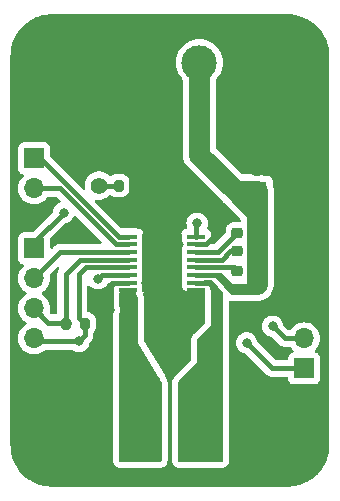
<source format=gbr>
%TF.GenerationSoftware,KiCad,Pcbnew,(7.0.0)*%
%TF.CreationDate,2023-05-21T11:30:13-07:00*%
%TF.ProjectId,DRV8874-breakout-board,44525638-3837-4342-9d62-7265616b6f75,rev?*%
%TF.SameCoordinates,Original*%
%TF.FileFunction,Copper,L1,Top*%
%TF.FilePolarity,Positive*%
%FSLAX46Y46*%
G04 Gerber Fmt 4.6, Leading zero omitted, Abs format (unit mm)*
G04 Created by KiCad (PCBNEW (7.0.0)) date 2023-05-21 11:30:13*
%MOMM*%
%LPD*%
G01*
G04 APERTURE LIST*
G04 Aperture macros list*
%AMRoundRect*
0 Rectangle with rounded corners*
0 $1 Rounding radius*
0 $2 $3 $4 $5 $6 $7 $8 $9 X,Y pos of 4 corners*
0 Add a 4 corners polygon primitive as box body*
4,1,4,$2,$3,$4,$5,$6,$7,$8,$9,$2,$3,0*
0 Add four circle primitives for the rounded corners*
1,1,$1+$1,$2,$3*
1,1,$1+$1,$4,$5*
1,1,$1+$1,$6,$7*
1,1,$1+$1,$8,$9*
0 Add four rect primitives between the rounded corners*
20,1,$1+$1,$2,$3,$4,$5,0*
20,1,$1+$1,$4,$5,$6,$7,0*
20,1,$1+$1,$6,$7,$8,$9,0*
20,1,$1+$1,$8,$9,$2,$3,0*%
G04 Aperture macros list end*
%TA.AperFunction,ComponentPad*%
%ADD10R,1.700000X1.700000*%
%TD*%
%TA.AperFunction,ComponentPad*%
%ADD11O,1.700000X1.700000*%
%TD*%
%TA.AperFunction,SMDPad,CuDef*%
%ADD12RoundRect,0.100000X-0.687500X-0.100000X0.687500X-0.100000X0.687500X0.100000X-0.687500X0.100000X0*%
%TD*%
%TA.AperFunction,ComponentPad*%
%ADD13C,0.500000*%
%TD*%
%TA.AperFunction,SMDPad,CuDef*%
%ADD14R,3.400000X5.000000*%
%TD*%
%TA.AperFunction,SMDPad,CuDef*%
%ADD15RoundRect,0.225000X0.250000X-0.225000X0.250000X0.225000X-0.250000X0.225000X-0.250000X-0.225000X0*%
%TD*%
%TA.AperFunction,ComponentPad*%
%ADD16C,5.600000*%
%TD*%
%TA.AperFunction,ComponentPad*%
%ADD17R,3.000000X3.000000*%
%TD*%
%TA.AperFunction,ComponentPad*%
%ADD18C,3.000000*%
%TD*%
%TA.AperFunction,ComponentPad*%
%ADD19R,1.600000X1.600000*%
%TD*%
%TA.AperFunction,ComponentPad*%
%ADD20C,1.600000*%
%TD*%
%TA.AperFunction,ComponentPad*%
%ADD21C,1.400000*%
%TD*%
%TA.AperFunction,ComponentPad*%
%ADD22O,1.400000X1.400000*%
%TD*%
%TA.AperFunction,SMDPad,CuDef*%
%ADD23RoundRect,0.200000X0.200000X0.275000X-0.200000X0.275000X-0.200000X-0.275000X0.200000X-0.275000X0*%
%TD*%
%TA.AperFunction,SMDPad,CuDef*%
%ADD24RoundRect,0.225000X0.225000X0.250000X-0.225000X0.250000X-0.225000X-0.250000X0.225000X-0.250000X0*%
%TD*%
%TA.AperFunction,SMDPad,CuDef*%
%ADD25RoundRect,0.200000X-0.200000X-0.275000X0.200000X-0.275000X0.200000X0.275000X-0.200000X0.275000X0*%
%TD*%
%TA.AperFunction,ViaPad*%
%ADD26C,0.800000*%
%TD*%
%TA.AperFunction,Conductor*%
%ADD27C,0.400000*%
%TD*%
%TA.AperFunction,Conductor*%
%ADD28C,1.800000*%
%TD*%
%TA.AperFunction,Conductor*%
%ADD29C,0.600000*%
%TD*%
G04 APERTURE END LIST*
D10*
%TO.P,J105,1,Pin_1*%
%TO.N,+3V3*%
X141959999Y-105679999D03*
D11*
%TO.P,J105,2,Pin_2*%
%TO.N,PMODE*%
X141959999Y-103139999D03*
%TO.P,J105,3,Pin_3*%
%TO.N,GND*%
X141959999Y-100599999D03*
%TD*%
D12*
%TO.P,U101,1,EN/IN1*%
%TO.N,IN1*%
X127087500Y-94525000D03*
%TO.P,U101,2,PH/IN2*%
%TO.N,IN2*%
X127087500Y-95175000D03*
%TO.P,U101,3,nSLEEP*%
%TO.N,nSLEEP*%
X127087500Y-95825000D03*
%TO.P,U101,4,nFAULT*%
%TO.N,nFAULT*%
X127087500Y-96475000D03*
%TO.P,U101,5,VREF*%
%TO.N,+3V3*%
X127087500Y-97125000D03*
%TO.P,U101,6,IPROPI*%
%TO.N,IPROPI*%
X127087500Y-97775000D03*
%TO.P,U101,7,IMODE*%
%TO.N,GND*%
X127087500Y-98425000D03*
%TO.P,U101,8,OUT1*%
%TO.N,OUT1*%
X127087500Y-99075000D03*
%TO.P,U101,9,PGND*%
%TO.N,GND*%
X132812500Y-99075000D03*
%TO.P,U101,10,OUT2*%
%TO.N,OUT2*%
X132812500Y-98425000D03*
%TO.P,U101,11,VM*%
%TO.N,VMOTORS*%
X132812500Y-97775000D03*
%TO.P,U101,12,VCP*%
%TO.N,Net-(U101-VCP)*%
X132812500Y-97125000D03*
%TO.P,U101,13,CPH*%
%TO.N,Net-(U101-CPH)*%
X132812500Y-96475000D03*
%TO.P,U101,14,CPL*%
%TO.N,Net-(U101-CPL)*%
X132812500Y-95825000D03*
%TO.P,U101,15,GND*%
%TO.N,GND*%
X132812500Y-95175000D03*
%TO.P,U101,16,PMODE*%
%TO.N,PMODE*%
X132812500Y-94525000D03*
D13*
%TO.P,U101,17,Pad*%
%TO.N,GND*%
X129200000Y-95300000D03*
X129200000Y-96800000D03*
X129200000Y-98300000D03*
D14*
X129949999Y-96799999D03*
D13*
X130700000Y-95300000D03*
X130700000Y-96800000D03*
X130700000Y-98300000D03*
%TD*%
D10*
%TO.P,J104,1,Pin_1*%
%TO.N,IPROPI*%
X119099999Y-95519999D03*
D11*
%TO.P,J104,2,Pin_2*%
%TO.N,nSLEEP*%
X119099999Y-98059999D03*
%TO.P,J104,3,Pin_3*%
%TO.N,nFAULT*%
X119099999Y-100599999D03*
%TO.P,J104,4,Pin_4*%
%TO.N,+3V3*%
X119099999Y-103139999D03*
%TO.P,J104,5,Pin_5*%
%TO.N,GND*%
X119099999Y-105679999D03*
%TD*%
D15*
%TO.P,C101,1*%
%TO.N,Net-(U101-CPH)*%
X136300000Y-95775000D03*
%TO.P,C101,2*%
%TO.N,Net-(U101-CPL)*%
X136300000Y-94225000D03*
%TD*%
D16*
%TO.P,H104,1,1*%
%TO.N,GND*%
X140600000Y-112200000D03*
%TD*%
D17*
%TO.P,J103,1,Pin_1*%
%TO.N,GND*%
X128099999Y-79799999D03*
D18*
%TO.P,J103,2,Pin_2*%
%TO.N,VMOTORS*%
X133100000Y-79800000D03*
%TD*%
D19*
%TO.P,C104,1*%
%TO.N,VMOTORS*%
X137999999Y-90655112D03*
D20*
%TO.P,C104,2*%
%TO.N,GND*%
X138000000Y-88655113D03*
%TD*%
D21*
%TO.P,R103,1*%
%TO.N,IPROPI*%
X124600000Y-90200000D03*
D22*
%TO.P,R103,2*%
%TO.N,GND*%
X129679999Y-90199999D03*
%TD*%
D15*
%TO.P,C102,1*%
%TO.N,VMOTORS*%
X136300000Y-98975000D03*
%TO.P,C102,2*%
%TO.N,Net-(U101-VCP)*%
X136300000Y-97425000D03*
%TD*%
D16*
%TO.P,H103,1,1*%
%TO.N,GND*%
X120600000Y-112200000D03*
%TD*%
D23*
%TO.P,R101,1*%
%TO.N,+3V3*%
X123425000Y-101900000D03*
%TO.P,R101,2*%
%TO.N,nFAULT*%
X121775000Y-101900000D03*
%TD*%
D24*
%TO.P,C103,1*%
%TO.N,GND*%
X139975000Y-95500000D03*
%TO.P,C103,2*%
%TO.N,VMOTORS*%
X138425000Y-95500000D03*
%TD*%
D10*
%TO.P,J102,1,Pin_1*%
%TO.N,IN1*%
X119099999Y-87899999D03*
D11*
%TO.P,J102,2,Pin_2*%
%TO.N,IN2*%
X119099999Y-90439999D03*
%TD*%
D25*
%TO.P,R102,1*%
%TO.N,IPROPI*%
X126275000Y-90200000D03*
%TO.P,R102,2*%
%TO.N,GND*%
X127925000Y-90200000D03*
%TD*%
D16*
%TO.P,H102,1,1*%
%TO.N,GND*%
X140600000Y-79200000D03*
%TD*%
D17*
%TO.P,J101,1,Pin_1*%
%TO.N,OUT2*%
X133099999Y-111599999D03*
D18*
%TO.P,J101,2,Pin_2*%
%TO.N,OUT1*%
X128100000Y-111600000D03*
%TD*%
D16*
%TO.P,H101,1,1*%
%TO.N,GND*%
X120600000Y-79200000D03*
%TD*%
D26*
%TO.N,GND*%
X129050000Y-101800000D03*
X122500000Y-93800000D03*
X135100000Y-84700000D03*
X126800000Y-92000000D03*
X132800000Y-100600000D03*
X134600000Y-94199500D03*
X124400000Y-104700000D03*
X132600000Y-90100000D03*
X121100000Y-84300000D03*
X120500000Y-99300000D03*
X123400000Y-88700000D03*
X137500000Y-107600000D03*
X136300000Y-101320000D03*
X118900000Y-92900000D03*
X140000000Y-84300000D03*
X127300000Y-84700000D03*
X130600000Y-106300000D03*
X139900000Y-104320000D03*
X125500000Y-100720000D03*
X140100000Y-93700000D03*
%TO.N,+3V3*%
X137100000Y-103520000D03*
X122900000Y-103400000D03*
%TO.N,PMODE*%
X139300000Y-102120000D03*
X132900000Y-93400000D03*
%TO.N,IPROPI*%
X121600000Y-92500000D03*
X124500000Y-98100000D03*
%TD*%
D27*
%TO.N,Net-(U101-CPH)*%
X135025000Y-96475000D02*
X135725000Y-95775000D01*
X135725000Y-95775000D02*
X136300000Y-95775000D01*
X132812500Y-96475000D02*
X135025000Y-96475000D01*
%TO.N,Net-(U101-CPL)*%
X134700000Y-95825000D02*
X132812500Y-95825000D01*
X136300000Y-94225000D02*
X134700000Y-95825000D01*
%TO.N,VMOTORS*%
X134575000Y-97775000D02*
X135775000Y-98975000D01*
D28*
X138000000Y-90655113D02*
X136155113Y-90655113D01*
X136155113Y-90655113D02*
X138000000Y-92500000D01*
X133100000Y-87600000D02*
X136155113Y-90655113D01*
D27*
X137600000Y-98975000D02*
X138000000Y-98575000D01*
X132812500Y-97775000D02*
X134575000Y-97775000D01*
D28*
X133100000Y-79800000D02*
X133100000Y-87600000D01*
D27*
X136200000Y-99075000D02*
X136300000Y-98975000D01*
D28*
X138000000Y-92500000D02*
X138000000Y-92700000D01*
X138000000Y-92700000D02*
X138000000Y-98575000D01*
D27*
X136300000Y-98975000D02*
X137600000Y-98975000D01*
X135775000Y-98975000D02*
X136300000Y-98975000D01*
D28*
X138000000Y-90655113D02*
X138000000Y-92700000D01*
D27*
%TO.N,Net-(U101-VCP)*%
X132812500Y-97125000D02*
X136000000Y-97125000D01*
X136000000Y-97125000D02*
X136300000Y-97425000D01*
%TO.N,GND*%
X134600000Y-94199500D02*
X134600000Y-94232107D01*
X134600000Y-94232107D02*
X133657107Y-95175000D01*
X129680000Y-90200000D02*
X127925000Y-90200000D01*
D29*
X125500000Y-98720000D02*
X125700000Y-98520000D01*
D27*
X132812500Y-99075000D02*
X132812500Y-100587500D01*
X133657107Y-95175000D02*
X132812500Y-95175000D01*
D29*
X125500000Y-100720000D02*
X125500000Y-98720000D01*
D27*
X125795000Y-98425000D02*
X127087500Y-98425000D01*
X119105000Y-105675000D02*
X119100000Y-105680000D01*
X132812500Y-100587500D02*
X132800000Y-100600000D01*
X125700000Y-98520000D02*
X125795000Y-98425000D01*
D29*
%TO.N,OUT1*%
X128100000Y-109900000D02*
X128100000Y-110700000D01*
X127087500Y-99287500D02*
X127087500Y-108887500D01*
D27*
X128100000Y-110325000D02*
X128100000Y-110700000D01*
X128100000Y-109900000D02*
X128100000Y-111600000D01*
D29*
X127087500Y-108887500D02*
X128100000Y-109900000D01*
D27*
X127087500Y-99075000D02*
X127087500Y-99287500D01*
%TO.N,OUT2*%
X133100000Y-110700000D02*
X133600000Y-110200000D01*
X133600000Y-111100000D02*
X133600000Y-109800000D01*
X133925000Y-98425000D02*
X132812500Y-98425000D01*
X133600000Y-103800000D02*
X134600000Y-102800000D01*
X134600000Y-99100000D02*
X133925000Y-98425000D01*
X133600000Y-109800000D02*
X133600000Y-103800000D01*
X134600000Y-102800000D02*
X134600000Y-99100000D01*
X133100000Y-111600000D02*
X133600000Y-111100000D01*
X133600000Y-110200000D02*
X133600000Y-109800000D01*
%TO.N,+3V3*%
X127087500Y-97125000D02*
X123475000Y-97125000D01*
X119360000Y-103400000D02*
X119100000Y-103140000D01*
X139260000Y-105680000D02*
X141960000Y-105680000D01*
X122900000Y-97700000D02*
X122900000Y-101375000D01*
X122900000Y-101375000D02*
X123425000Y-101900000D01*
X122900000Y-103400000D02*
X119360000Y-103400000D01*
X123475000Y-97125000D02*
X122900000Y-97700000D01*
X123425000Y-102875000D02*
X122900000Y-103400000D01*
X123425000Y-101900000D02*
X123425000Y-102875000D01*
X137100000Y-103520000D02*
X139260000Y-105680000D01*
%TO.N,PMODE*%
X132812500Y-94525000D02*
X132812500Y-93487500D01*
X139300000Y-102120000D02*
X140320000Y-103140000D01*
X132812500Y-93487500D02*
X132900000Y-93400000D01*
X140320000Y-103140000D02*
X141960000Y-103140000D01*
%TO.N,nSLEEP*%
X121335000Y-95825000D02*
X127087500Y-95825000D01*
X119100000Y-98060000D02*
X121335000Y-95825000D01*
%TO.N,nFAULT*%
X121775000Y-101900000D02*
X121775000Y-97700000D01*
X120300000Y-101800000D02*
X122075000Y-101800000D01*
X127087500Y-96475000D02*
X123000000Y-96475000D01*
X119100000Y-100600000D02*
X120300000Y-101800000D01*
X121775000Y-97700000D02*
X123000000Y-96475000D01*
%TO.N,IPROPI*%
X119100000Y-95000000D02*
X121600000Y-92500000D01*
X124825000Y-97775000D02*
X127087500Y-97775000D01*
X126275000Y-90200000D02*
X124600000Y-90200000D01*
X124500000Y-98100000D02*
X124825000Y-97775000D01*
X119100000Y-95520000D02*
X119100000Y-95000000D01*
%TO.N,IN2*%
X121291472Y-90440000D02*
X119100000Y-90440000D01*
X126026472Y-95175000D02*
X121291472Y-90440000D01*
X127087500Y-95175000D02*
X126026472Y-95175000D01*
%TO.N,IN1*%
X119100000Y-88100000D02*
X119100000Y-87900000D01*
X127087500Y-94525000D02*
X127037500Y-94575000D01*
X126275000Y-94575000D02*
X119600000Y-87900000D01*
X119600000Y-87900000D02*
X119100000Y-87900000D01*
X127037500Y-94575000D02*
X126275000Y-94575000D01*
%TD*%
%TA.AperFunction,Conductor*%
%TO.N,VMOTORS*%
G36*
X134921287Y-97584133D02*
G01*
X134961114Y-97610188D01*
X135310383Y-97950502D01*
X135900000Y-98525000D01*
X137876000Y-98525000D01*
X137938000Y-98541613D01*
X137983387Y-98587000D01*
X138000000Y-98649000D01*
X138000000Y-99351000D01*
X137983387Y-99413000D01*
X137938000Y-99458387D01*
X137876000Y-99475000D01*
X135976362Y-99475000D01*
X135928909Y-99465561D01*
X135888681Y-99438681D01*
X135200730Y-98750730D01*
X135199349Y-98749328D01*
X134434089Y-97959382D01*
X134434088Y-97959381D01*
X134425000Y-97950000D01*
X134411945Y-97950502D01*
X133903766Y-97970047D01*
X133839772Y-97955080D01*
X133792416Y-97909510D01*
X133775000Y-97846139D01*
X133775000Y-97699000D01*
X133791613Y-97637000D01*
X133837000Y-97591613D01*
X133899000Y-97575000D01*
X134874579Y-97575000D01*
X134921287Y-97584133D01*
G37*
%TD.AperFunction*%
%TD*%
%TA.AperFunction,Conductor*%
%TO.N,OUT2*%
G36*
X134169819Y-98236295D02*
G01*
X134212105Y-98268122D01*
X135069993Y-99265127D01*
X135092257Y-99302873D01*
X135100000Y-99346005D01*
X135100000Y-113476000D01*
X135083387Y-113538000D01*
X135038000Y-113583387D01*
X134976000Y-113600000D01*
X131424000Y-113600000D01*
X131362000Y-113583387D01*
X131316613Y-113538000D01*
X131300000Y-113476000D01*
X131300000Y-106849176D01*
X131308733Y-106803464D01*
X131333703Y-106764191D01*
X131907796Y-106154216D01*
X132900000Y-105100000D01*
X132900000Y-103254548D01*
X132910497Y-103204618D01*
X132940210Y-103163141D01*
X133104536Y-103012508D01*
X134100000Y-102100000D01*
X134100000Y-99400000D01*
X133975000Y-98625000D01*
X133960352Y-98625000D01*
X133449000Y-98625000D01*
X133387000Y-98608387D01*
X133341613Y-98563000D01*
X133325000Y-98501000D01*
X133325000Y-98349000D01*
X133341613Y-98287000D01*
X133387000Y-98241613D01*
X133449000Y-98225000D01*
X134118112Y-98225000D01*
X134169819Y-98236295D01*
G37*
%TD.AperFunction*%
%TD*%
%TA.AperFunction,Conductor*%
%TO.N,OUT1*%
G36*
X127687501Y-99216613D02*
G01*
X127732888Y-99262000D01*
X127749500Y-99323999D01*
X127749501Y-99347872D01*
X127749853Y-99351150D01*
X127749854Y-99351161D01*
X127755079Y-99399768D01*
X127755080Y-99399773D01*
X127755909Y-99407483D01*
X127758619Y-99414749D01*
X127758620Y-99414753D01*
X127803104Y-99534020D01*
X127806204Y-99542331D01*
X127850269Y-99601194D01*
X127868654Y-99636341D01*
X127875000Y-99675501D01*
X127875000Y-103500000D01*
X127883980Y-103514634D01*
X129712957Y-106495190D01*
X129725200Y-106521725D01*
X129769923Y-106659367D01*
X129772821Y-106668284D01*
X129867467Y-106832216D01*
X129871818Y-106837048D01*
X129875636Y-106842303D01*
X129874408Y-106843194D01*
X129891758Y-106871492D01*
X129900000Y-106915946D01*
X129900000Y-113476000D01*
X129883387Y-113538000D01*
X129838000Y-113583387D01*
X129776000Y-113600000D01*
X126424000Y-113600000D01*
X126362000Y-113583387D01*
X126316613Y-113538000D01*
X126300000Y-113476000D01*
X126300000Y-101168584D01*
X126316612Y-101106585D01*
X126327179Y-101088284D01*
X126385674Y-100908256D01*
X126405460Y-100720000D01*
X126385674Y-100531744D01*
X126327179Y-100351716D01*
X126317113Y-100334281D01*
X126300500Y-100272281D01*
X126300500Y-99324000D01*
X126317113Y-99262000D01*
X126362500Y-99216613D01*
X126424500Y-99200000D01*
X127625501Y-99200000D01*
X127687501Y-99216613D01*
G37*
%TD.AperFunction*%
%TD*%
%TA.AperFunction,Conductor*%
%TO.N,GND*%
G36*
X121177303Y-97138122D02*
G01*
X121211881Y-97189308D01*
X121217473Y-97250826D01*
X121192692Y-97307408D01*
X121175748Y-97329036D01*
X121175742Y-97329045D01*
X121171122Y-97334943D01*
X121168044Y-97341780D01*
X121168043Y-97341783D01*
X121166962Y-97344185D01*
X121155940Y-97363727D01*
X121154441Y-97365898D01*
X121154437Y-97365904D01*
X121150182Y-97372070D01*
X121147526Y-97379070D01*
X121147522Y-97379080D01*
X121128853Y-97428305D01*
X121125989Y-97435219D01*
X121104382Y-97483229D01*
X121104379Y-97483235D01*
X121101305Y-97490068D01*
X121099952Y-97497445D01*
X121099952Y-97497448D01*
X121099474Y-97500053D01*
X121093456Y-97521643D01*
X121092519Y-97524114D01*
X121092517Y-97524119D01*
X121089860Y-97531128D01*
X121088956Y-97538565D01*
X121088956Y-97538569D01*
X121082610Y-97590827D01*
X121081483Y-97598226D01*
X121071994Y-97650010D01*
X121071993Y-97650018D01*
X121070642Y-97657394D01*
X121071094Y-97664873D01*
X121071094Y-97664881D01*
X121074274Y-97717433D01*
X121074500Y-97724921D01*
X121074500Y-100975500D01*
X121057887Y-101037500D01*
X121012500Y-101082887D01*
X120950500Y-101099500D01*
X120641519Y-101099500D01*
X120594066Y-101090061D01*
X120553838Y-101063181D01*
X120462652Y-100971995D01*
X120430558Y-100916407D01*
X120430559Y-100852219D01*
X120433662Y-100840638D01*
X120433662Y-100840633D01*
X120435063Y-100835408D01*
X120455659Y-100600000D01*
X120435063Y-100364592D01*
X120373903Y-100136337D01*
X120274035Y-99922171D01*
X120138495Y-99728599D01*
X119971401Y-99561505D01*
X119966968Y-99558401D01*
X119966961Y-99558395D01*
X119785842Y-99431575D01*
X119746976Y-99387257D01*
X119732965Y-99330000D01*
X119746976Y-99272743D01*
X119785842Y-99228425D01*
X119966961Y-99101604D01*
X119966961Y-99101603D01*
X119971401Y-99098495D01*
X120138495Y-98931401D01*
X120274035Y-98737830D01*
X120373903Y-98523663D01*
X120435063Y-98295408D01*
X120455659Y-98060000D01*
X120435063Y-97824592D01*
X120430557Y-97807778D01*
X120430557Y-97743594D01*
X120462649Y-97688006D01*
X121007400Y-97143255D01*
X121060578Y-97111835D01*
X121122321Y-97109969D01*
X121177303Y-97138122D01*
G37*
%TD.AperFunction*%
%TA.AperFunction,Conductor*%
G36*
X122590280Y-92751824D02*
G01*
X122644303Y-92783488D01*
X124773634Y-94912819D01*
X124803884Y-94962182D01*
X124808426Y-95019898D01*
X124786271Y-95073385D01*
X124742248Y-95110985D01*
X124685953Y-95124500D01*
X121359910Y-95124500D01*
X121352423Y-95124274D01*
X121299881Y-95121095D01*
X121299873Y-95121095D01*
X121292394Y-95120643D01*
X121285019Y-95121994D01*
X121285009Y-95121995D01*
X121233242Y-95131481D01*
X121225843Y-95132608D01*
X121173567Y-95138956D01*
X121173561Y-95138957D01*
X121166128Y-95139860D01*
X121159123Y-95142516D01*
X121159112Y-95142519D01*
X121156639Y-95143457D01*
X121135041Y-95149478D01*
X121132451Y-95149952D01*
X121132444Y-95149954D01*
X121125068Y-95151306D01*
X121118225Y-95154385D01*
X121118227Y-95154385D01*
X121070234Y-95175984D01*
X121063318Y-95178848D01*
X121014088Y-95197519D01*
X121014078Y-95197523D01*
X121007070Y-95200182D01*
X121000899Y-95204441D01*
X121000894Y-95204444D01*
X120998722Y-95205944D01*
X120979187Y-95216962D01*
X120976784Y-95218043D01*
X120976777Y-95218047D01*
X120969943Y-95221123D01*
X120964043Y-95225745D01*
X120964040Y-95225747D01*
X120922595Y-95258216D01*
X120916566Y-95262651D01*
X120873249Y-95292551D01*
X120873241Y-95292557D01*
X120867071Y-95296817D01*
X120862101Y-95302426D01*
X120862094Y-95302433D01*
X120827184Y-95341838D01*
X120822052Y-95347289D01*
X120662178Y-95507163D01*
X120612817Y-95537412D01*
X120555101Y-95541954D01*
X120501614Y-95519799D01*
X120464014Y-95475776D01*
X120450499Y-95419481D01*
X120450499Y-94691519D01*
X120459938Y-94644066D01*
X120486818Y-94603838D01*
X120974945Y-94115711D01*
X121662975Y-93427681D01*
X121691486Y-93406392D01*
X121724869Y-93394075D01*
X121879803Y-93361144D01*
X122052730Y-93284151D01*
X122205871Y-93172888D01*
X122332533Y-93032216D01*
X122427179Y-92868284D01*
X122438691Y-92832850D01*
X122472449Y-92780114D01*
X122527673Y-92750595D01*
X122590280Y-92751824D01*
G37*
%TD.AperFunction*%
%TA.AperFunction,Conductor*%
G36*
X140603032Y-75700649D02*
G01*
X140607384Y-75700862D01*
X140752450Y-75707989D01*
X140943670Y-75718010D01*
X140955324Y-75719177D01*
X141121254Y-75743791D01*
X141122225Y-75743940D01*
X141294897Y-75771289D01*
X141305570Y-75773465D01*
X141471374Y-75814997D01*
X141473014Y-75815422D01*
X141638880Y-75859866D01*
X141648544Y-75862884D01*
X141736363Y-75894307D01*
X141810526Y-75920843D01*
X141813188Y-75921830D01*
X141846726Y-75934704D01*
X141972097Y-75982829D01*
X141980623Y-75986475D01*
X142136869Y-76060374D01*
X142140055Y-76061939D01*
X142282487Y-76134511D01*
X142291094Y-76138897D01*
X142298547Y-76143023D01*
X142331730Y-76162912D01*
X142447075Y-76232047D01*
X142450824Y-76234387D01*
X142592670Y-76326503D01*
X142598977Y-76330884D01*
X142738210Y-76434147D01*
X142742365Y-76437367D01*
X142873635Y-76543667D01*
X142878872Y-76548155D01*
X143007389Y-76664636D01*
X143011797Y-76668833D01*
X143131165Y-76788201D01*
X143135362Y-76792609D01*
X143251843Y-76921126D01*
X143256331Y-76926363D01*
X143362620Y-77057619D01*
X143365851Y-77061788D01*
X143469114Y-77201021D01*
X143473512Y-77207353D01*
X143565599Y-77349155D01*
X143567963Y-77352942D01*
X143656975Y-77501451D01*
X143661101Y-77508904D01*
X143738037Y-77659898D01*
X143739647Y-77663176D01*
X143811807Y-77815746D01*
X143813510Y-77819345D01*
X143817179Y-77827925D01*
X143878168Y-77986810D01*
X143879155Y-77989472D01*
X143937111Y-78151447D01*
X143940135Y-78161128D01*
X143984535Y-78326827D01*
X143985044Y-78328792D01*
X144026526Y-78494398D01*
X144028715Y-78505130D01*
X144056041Y-78677665D01*
X144056226Y-78678867D01*
X144080818Y-78844649D01*
X144081990Y-78856355D01*
X144091989Y-79047157D01*
X144091886Y-79047162D01*
X144092011Y-79047561D01*
X144099351Y-79196967D01*
X144099500Y-79203052D01*
X144099500Y-112196948D01*
X144099351Y-112203033D01*
X144092014Y-112352369D01*
X144091993Y-112352774D01*
X144081990Y-112543644D01*
X144080818Y-112555349D01*
X144056226Y-112721131D01*
X144056041Y-112722333D01*
X144028715Y-112894868D01*
X144026526Y-112905600D01*
X143985044Y-113071206D01*
X143984535Y-113073171D01*
X143940135Y-113238870D01*
X143937111Y-113248551D01*
X143879155Y-113410526D01*
X143878168Y-113413188D01*
X143817179Y-113572073D01*
X143813510Y-113580653D01*
X143739647Y-113736822D01*
X143738037Y-113740100D01*
X143661101Y-113891094D01*
X143656975Y-113898547D01*
X143567963Y-114047056D01*
X143565599Y-114050843D01*
X143473512Y-114192645D01*
X143469114Y-114198977D01*
X143365851Y-114338210D01*
X143362620Y-114342379D01*
X143256331Y-114473635D01*
X143251843Y-114478872D01*
X143135362Y-114607389D01*
X143131165Y-114611797D01*
X143011797Y-114731165D01*
X143007389Y-114735362D01*
X142878872Y-114851843D01*
X142873635Y-114856331D01*
X142742379Y-114962620D01*
X142738210Y-114965851D01*
X142598977Y-115069114D01*
X142592645Y-115073512D01*
X142450843Y-115165599D01*
X142447056Y-115167963D01*
X142298547Y-115256975D01*
X142291094Y-115261101D01*
X142140100Y-115338037D01*
X142136822Y-115339647D01*
X141980653Y-115413510D01*
X141972073Y-115417179D01*
X141813188Y-115478168D01*
X141810526Y-115479155D01*
X141648551Y-115537111D01*
X141638870Y-115540135D01*
X141473171Y-115584535D01*
X141471206Y-115585044D01*
X141305600Y-115626526D01*
X141294868Y-115628715D01*
X141122333Y-115656041D01*
X141121131Y-115656226D01*
X140955349Y-115680818D01*
X140943644Y-115681990D01*
X140752774Y-115691993D01*
X140752369Y-115692014D01*
X140603033Y-115699351D01*
X140596948Y-115699500D01*
X120603052Y-115699500D01*
X120596967Y-115699351D01*
X120447629Y-115692014D01*
X120447224Y-115691993D01*
X120256354Y-115681990D01*
X120244649Y-115680818D01*
X120078867Y-115656226D01*
X120077665Y-115656041D01*
X119905130Y-115628715D01*
X119894398Y-115626526D01*
X119728792Y-115585044D01*
X119726827Y-115584535D01*
X119561128Y-115540135D01*
X119551447Y-115537111D01*
X119389472Y-115479155D01*
X119386810Y-115478168D01*
X119227925Y-115417179D01*
X119219351Y-115413512D01*
X119063176Y-115339647D01*
X119059898Y-115338037D01*
X118908904Y-115261101D01*
X118901451Y-115256975D01*
X118752942Y-115167963D01*
X118749155Y-115165599D01*
X118701996Y-115134973D01*
X118607343Y-115073505D01*
X118601021Y-115069114D01*
X118461788Y-114965851D01*
X118457619Y-114962620D01*
X118326363Y-114856331D01*
X118321126Y-114851843D01*
X118192609Y-114735362D01*
X118188201Y-114731165D01*
X118068833Y-114611797D01*
X118064636Y-114607389D01*
X117948155Y-114478872D01*
X117943667Y-114473635D01*
X117837378Y-114342379D01*
X117834147Y-114338210D01*
X117730884Y-114198977D01*
X117726503Y-114192670D01*
X117634387Y-114050824D01*
X117632035Y-114047056D01*
X117616515Y-114021163D01*
X117543023Y-113898547D01*
X117538897Y-113891094D01*
X117491055Y-113797199D01*
X117461939Y-113740055D01*
X117460374Y-113736869D01*
X117386475Y-113580623D01*
X117382829Y-113572097D01*
X117321830Y-113413188D01*
X117320843Y-113410526D01*
X117262887Y-113248551D01*
X117259863Y-113238870D01*
X117215422Y-113073014D01*
X117214997Y-113071374D01*
X117173465Y-112905570D01*
X117171289Y-112894897D01*
X117143940Y-112722225D01*
X117143791Y-112721254D01*
X117119177Y-112555324D01*
X117118010Y-112543670D01*
X117107985Y-112352369D01*
X117100647Y-112202994D01*
X117100499Y-112196988D01*
X117100124Y-103513540D01*
X117100108Y-103140000D01*
X117744341Y-103140000D01*
X117744813Y-103145395D01*
X117762530Y-103347904D01*
X117764937Y-103375408D01*
X117766336Y-103380630D01*
X117766337Y-103380634D01*
X117824694Y-103598430D01*
X117824697Y-103598438D01*
X117826097Y-103603663D01*
X117828385Y-103608570D01*
X117828386Y-103608572D01*
X117923678Y-103812927D01*
X117923681Y-103812933D01*
X117925965Y-103817830D01*
X117929064Y-103822257D01*
X117929066Y-103822259D01*
X118058399Y-104006966D01*
X118058402Y-104006970D01*
X118061505Y-104011401D01*
X118228599Y-104178495D01*
X118233031Y-104181598D01*
X118233033Y-104181600D01*
X118239420Y-104186072D01*
X118422170Y-104314035D01*
X118636337Y-104413903D01*
X118641567Y-104415304D01*
X118641569Y-104415305D01*
X118682947Y-104426392D01*
X118864592Y-104475063D01*
X119100000Y-104495659D01*
X119335408Y-104475063D01*
X119563663Y-104413903D01*
X119777830Y-104314035D01*
X119971401Y-104178495D01*
X120013076Y-104136819D01*
X120053305Y-104109939D01*
X120100758Y-104100500D01*
X122291845Y-104100500D01*
X122330163Y-104106569D01*
X122364726Y-104124179D01*
X122447270Y-104184151D01*
X122620197Y-104261144D01*
X122805354Y-104300500D01*
X122988143Y-104300500D01*
X122994646Y-104300500D01*
X123179803Y-104261144D01*
X123352730Y-104184151D01*
X123505871Y-104072888D01*
X123632533Y-103932216D01*
X123727179Y-103768284D01*
X123785674Y-103588256D01*
X123790864Y-103538870D01*
X123802264Y-103498449D01*
X123826501Y-103464154D01*
X123902731Y-103387924D01*
X123908151Y-103382822D01*
X123953183Y-103342929D01*
X123987355Y-103293420D01*
X123991775Y-103287413D01*
X124028878Y-103240057D01*
X124033033Y-103230822D01*
X124044063Y-103211265D01*
X124049818Y-103202930D01*
X124071146Y-103146688D01*
X124074002Y-103139791D01*
X124098694Y-103084932D01*
X124100518Y-103074974D01*
X124106548Y-103053340D01*
X124110140Y-103043872D01*
X124117389Y-102984165D01*
X124118516Y-102976762D01*
X124129357Y-102917606D01*
X124125726Y-102857577D01*
X124125500Y-102850090D01*
X124125500Y-102716519D01*
X124134939Y-102669066D01*
X124161819Y-102628838D01*
X124161819Y-102628837D01*
X124180472Y-102610185D01*
X124268478Y-102464606D01*
X124319086Y-102302196D01*
X124325500Y-102231616D01*
X124325500Y-101568384D01*
X124319086Y-101497804D01*
X124312052Y-101475232D01*
X124302099Y-101443290D01*
X124268478Y-101335394D01*
X124180472Y-101189815D01*
X124060185Y-101069528D01*
X124014289Y-101041783D01*
X123921021Y-100985400D01*
X123921020Y-100985399D01*
X123914606Y-100981522D01*
X123884032Y-100971995D01*
X123758457Y-100932864D01*
X123758448Y-100932862D01*
X123752196Y-100930914D01*
X123745664Y-100930320D01*
X123745662Y-100930320D01*
X123713277Y-100927377D01*
X123656128Y-100907333D01*
X123615289Y-100862614D01*
X123600500Y-100803886D01*
X123600500Y-98769811D01*
X123614611Y-98712362D01*
X123653731Y-98667989D01*
X123708959Y-98646789D01*
X123767723Y-98653588D01*
X123816650Y-98686839D01*
X123862562Y-98737830D01*
X123894129Y-98772888D01*
X123899387Y-98776708D01*
X123899388Y-98776709D01*
X123946213Y-98810729D01*
X124047270Y-98884151D01*
X124220197Y-98961144D01*
X124405354Y-99000500D01*
X124588143Y-99000500D01*
X124594646Y-99000500D01*
X124779803Y-98961144D01*
X124952730Y-98884151D01*
X125105871Y-98772888D01*
X125232533Y-98632216D01*
X125287217Y-98537499D01*
X125332604Y-98492113D01*
X125394604Y-98475500D01*
X125775456Y-98475500D01*
X125837456Y-98492113D01*
X125882843Y-98537500D01*
X125899456Y-98599501D01*
X125882843Y-98661501D01*
X125880413Y-98665708D01*
X125875464Y-98672159D01*
X125872354Y-98679664D01*
X125872352Y-98679670D01*
X125818066Y-98810728D01*
X125818066Y-98810729D01*
X125814956Y-98818238D01*
X125813896Y-98826289D01*
X125813894Y-98826297D01*
X125800029Y-98931618D01*
X125799500Y-98935639D01*
X125799500Y-98939691D01*
X125799500Y-98939692D01*
X125799500Y-99210300D01*
X125799500Y-99210315D01*
X125799501Y-99214360D01*
X125800029Y-99218376D01*
X125800030Y-99218381D01*
X125802337Y-99235906D01*
X125802336Y-99268272D01*
X125795529Y-99319977D01*
X125795528Y-99319986D01*
X125795000Y-99324000D01*
X125795000Y-100272281D01*
X125795528Y-100276298D01*
X125795529Y-100276300D01*
X125811694Y-100399088D01*
X125811696Y-100399100D01*
X125812225Y-100403115D01*
X125828838Y-100465115D01*
X125844008Y-100501739D01*
X125847377Y-100510871D01*
X125884468Y-100625024D01*
X125889858Y-100650383D01*
X125895812Y-100707039D01*
X125895812Y-100732959D01*
X125889858Y-100789615D01*
X125884468Y-100814973D01*
X125847895Y-100927534D01*
X125844525Y-100936669D01*
X125829892Y-100971995D01*
X125829887Y-100972007D01*
X125828335Y-100975756D01*
X125827288Y-100979661D01*
X125827285Y-100979672D01*
X125812773Y-101033833D01*
X125812770Y-101033845D01*
X125811723Y-101037755D01*
X125811194Y-101041772D01*
X125811192Y-101041783D01*
X125795029Y-101164561D01*
X125795028Y-101164570D01*
X125794500Y-101168584D01*
X125794500Y-113476000D01*
X125795028Y-113480017D01*
X125795029Y-113480019D01*
X125811194Y-113602807D01*
X125811196Y-113602819D01*
X125811725Y-113606834D01*
X125828338Y-113668834D01*
X125829891Y-113672584D01*
X125829893Y-113672589D01*
X125857857Y-113740100D01*
X125878837Y-113790750D01*
X125883783Y-113797196D01*
X125883785Y-113797199D01*
X125924035Y-113849653D01*
X125959171Y-113895442D01*
X126004558Y-113940829D01*
X126109250Y-114021163D01*
X126231166Y-114071662D01*
X126293166Y-114088275D01*
X126424000Y-114105500D01*
X129771947Y-114105500D01*
X129776000Y-114105500D01*
X129906834Y-114088275D01*
X129968834Y-114071662D01*
X130090750Y-114021163D01*
X130195442Y-113940829D01*
X130240829Y-113895442D01*
X130321163Y-113790750D01*
X130371662Y-113668834D01*
X130388275Y-113606834D01*
X130405500Y-113476000D01*
X130794500Y-113476000D01*
X130795028Y-113480017D01*
X130795029Y-113480019D01*
X130811194Y-113602807D01*
X130811196Y-113602819D01*
X130811725Y-113606834D01*
X130828338Y-113668834D01*
X130829891Y-113672584D01*
X130829893Y-113672589D01*
X130857857Y-113740100D01*
X130878837Y-113790750D01*
X130883783Y-113797196D01*
X130883785Y-113797199D01*
X130924035Y-113849653D01*
X130959171Y-113895442D01*
X131004558Y-113940829D01*
X131109250Y-114021163D01*
X131231166Y-114071662D01*
X131293166Y-114088275D01*
X131424000Y-114105500D01*
X134971947Y-114105500D01*
X134976000Y-114105500D01*
X135106834Y-114088275D01*
X135168834Y-114071662D01*
X135290750Y-114021163D01*
X135395442Y-113940829D01*
X135440829Y-113895442D01*
X135521163Y-113790750D01*
X135571662Y-113668834D01*
X135588275Y-113606834D01*
X135605500Y-113476000D01*
X135605500Y-103520000D01*
X136194540Y-103520000D01*
X136195219Y-103526460D01*
X136213646Y-103701795D01*
X136213647Y-103701803D01*
X136214326Y-103708256D01*
X136216331Y-103714428D01*
X136216333Y-103714435D01*
X136258401Y-103843905D01*
X136272821Y-103888284D01*
X136367467Y-104052216D01*
X136371811Y-104057041D01*
X136371813Y-104057043D01*
X136440498Y-104133325D01*
X136494129Y-104192888D01*
X136647270Y-104304151D01*
X136820197Y-104381144D01*
X136975127Y-104414075D01*
X137008514Y-104426392D01*
X137037027Y-104447684D01*
X138747059Y-106157716D01*
X138752193Y-106163170D01*
X138792071Y-106208183D01*
X138798240Y-106212441D01*
X138798241Y-106212442D01*
X138841569Y-106242349D01*
X138847602Y-106246788D01*
X138894943Y-106283877D01*
X138901785Y-106286956D01*
X138904175Y-106288032D01*
X138923724Y-106299058D01*
X138925888Y-106300552D01*
X138925896Y-106300556D01*
X138932070Y-106304818D01*
X138950122Y-106311664D01*
X138988306Y-106326145D01*
X138995228Y-106329012D01*
X139050068Y-106353694D01*
X139060035Y-106355520D01*
X139081653Y-106361547D01*
X139084113Y-106362480D01*
X139084116Y-106362480D01*
X139091128Y-106365140D01*
X139148602Y-106372118D01*
X139150830Y-106372389D01*
X139158235Y-106373516D01*
X139174066Y-106376416D01*
X139217394Y-106384357D01*
X139277422Y-106380726D01*
X139284910Y-106380500D01*
X140485501Y-106380500D01*
X140547501Y-106397113D01*
X140592888Y-106442500D01*
X140609501Y-106504500D01*
X140609501Y-106577872D01*
X140609853Y-106581150D01*
X140609854Y-106581161D01*
X140615079Y-106629768D01*
X140615080Y-106629773D01*
X140615909Y-106637483D01*
X140618619Y-106644749D01*
X140618620Y-106644753D01*
X140643509Y-106711483D01*
X140666204Y-106772331D01*
X140752454Y-106887546D01*
X140867669Y-106973796D01*
X141002517Y-107024091D01*
X141062127Y-107030500D01*
X142857872Y-107030499D01*
X142917483Y-107024091D01*
X143052331Y-106973796D01*
X143167546Y-106887546D01*
X143253796Y-106772331D01*
X143304091Y-106637483D01*
X143310500Y-106577873D01*
X143310499Y-104782128D01*
X143304091Y-104722517D01*
X143253796Y-104587669D01*
X143167546Y-104472454D01*
X143098144Y-104420500D01*
X143059431Y-104391519D01*
X143059430Y-104391518D01*
X143052331Y-104386204D01*
X142982359Y-104360106D01*
X142920916Y-104337189D01*
X142870537Y-104302210D01*
X142843084Y-104247365D01*
X142845273Y-104186072D01*
X142876566Y-104133329D01*
X142998495Y-104011401D01*
X143134035Y-103817830D01*
X143233903Y-103603663D01*
X143295063Y-103375408D01*
X143315659Y-103140000D01*
X143295063Y-102904592D01*
X143233903Y-102676337D01*
X143134035Y-102462171D01*
X142998495Y-102268599D01*
X142831401Y-102101505D01*
X142826970Y-102098402D01*
X142826966Y-102098399D01*
X142642259Y-101969066D01*
X142642257Y-101969064D01*
X142637830Y-101965965D01*
X142632933Y-101963681D01*
X142632927Y-101963678D01*
X142428572Y-101868386D01*
X142428570Y-101868385D01*
X142423663Y-101866097D01*
X142418438Y-101864697D01*
X142418430Y-101864694D01*
X142200634Y-101806337D01*
X142200630Y-101806336D01*
X142195408Y-101804937D01*
X142190020Y-101804465D01*
X142190017Y-101804465D01*
X141965395Y-101784813D01*
X141960000Y-101784341D01*
X141954605Y-101784813D01*
X141729982Y-101804465D01*
X141729977Y-101804465D01*
X141724592Y-101804937D01*
X141719371Y-101806335D01*
X141719365Y-101806337D01*
X141501569Y-101864694D01*
X141501557Y-101864698D01*
X141496337Y-101866097D01*
X141491432Y-101868383D01*
X141491427Y-101868386D01*
X141287081Y-101963675D01*
X141287077Y-101963677D01*
X141282171Y-101965965D01*
X141277738Y-101969068D01*
X141277731Y-101969073D01*
X141093034Y-102098399D01*
X141093029Y-102098402D01*
X141088599Y-102101505D01*
X141084775Y-102105328D01*
X141084769Y-102105334D01*
X140925334Y-102264769D01*
X140925328Y-102264775D01*
X140921505Y-102268599D01*
X140918402Y-102273029D01*
X140918399Y-102273034D01*
X140838864Y-102386623D01*
X140794546Y-102425489D01*
X140737289Y-102439500D01*
X140661519Y-102439500D01*
X140614066Y-102430061D01*
X140573838Y-102403181D01*
X140226504Y-102055847D01*
X140202264Y-102021549D01*
X140190864Y-101981127D01*
X140189597Y-101969073D01*
X140185674Y-101931744D01*
X140127179Y-101751716D01*
X140032533Y-101587784D01*
X140017603Y-101571203D01*
X139910220Y-101451942D01*
X139910219Y-101451941D01*
X139905871Y-101447112D01*
X139900613Y-101443292D01*
X139900611Y-101443290D01*
X139757988Y-101339669D01*
X139757987Y-101339668D01*
X139752730Y-101335849D01*
X139737298Y-101328978D01*
X139585745Y-101261501D01*
X139585740Y-101261499D01*
X139579803Y-101258856D01*
X139573444Y-101257504D01*
X139573440Y-101257503D01*
X139401008Y-101220852D01*
X139401005Y-101220851D01*
X139394646Y-101219500D01*
X139205354Y-101219500D01*
X139198995Y-101220851D01*
X139198991Y-101220852D01*
X139026559Y-101257503D01*
X139026552Y-101257505D01*
X139020197Y-101258856D01*
X139014262Y-101261498D01*
X139014254Y-101261501D01*
X138853207Y-101333205D01*
X138853202Y-101333207D01*
X138847270Y-101335849D01*
X138842016Y-101339665D01*
X138842011Y-101339669D01*
X138699388Y-101443290D01*
X138699381Y-101443295D01*
X138694129Y-101447112D01*
X138689784Y-101451937D01*
X138689779Y-101451942D01*
X138571813Y-101582956D01*
X138571808Y-101582962D01*
X138567467Y-101587784D01*
X138564222Y-101593404D01*
X138564218Y-101593410D01*
X138476069Y-101746089D01*
X138476066Y-101746094D01*
X138472821Y-101751716D01*
X138470815Y-101757888D01*
X138470813Y-101757894D01*
X138416333Y-101925564D01*
X138416331Y-101925573D01*
X138414326Y-101931744D01*
X138413648Y-101938194D01*
X138413646Y-101938204D01*
X138396810Y-102098399D01*
X138394540Y-102120000D01*
X138395219Y-102126460D01*
X138413646Y-102301795D01*
X138413647Y-102301803D01*
X138414326Y-102308256D01*
X138416331Y-102314428D01*
X138416333Y-102314435D01*
X138467212Y-102471021D01*
X138472821Y-102488284D01*
X138476068Y-102493908D01*
X138476069Y-102493910D01*
X138553969Y-102628838D01*
X138567467Y-102652216D01*
X138571811Y-102657041D01*
X138571813Y-102657043D01*
X138610042Y-102699500D01*
X138694129Y-102792888D01*
X138847270Y-102904151D01*
X139020197Y-102981144D01*
X139175127Y-103014075D01*
X139208514Y-103026392D01*
X139237027Y-103047684D01*
X139807059Y-103617716D01*
X139812193Y-103623170D01*
X139847093Y-103662565D01*
X139847097Y-103662568D01*
X139852071Y-103668183D01*
X139858247Y-103672446D01*
X139901574Y-103702353D01*
X139907605Y-103706791D01*
X139954944Y-103743878D01*
X139964180Y-103748034D01*
X139983727Y-103759059D01*
X139992070Y-103764818D01*
X140048214Y-103786110D01*
X140048298Y-103786142D01*
X140055220Y-103789009D01*
X140110069Y-103813695D01*
X140120041Y-103815522D01*
X140141656Y-103821547D01*
X140151128Y-103825140D01*
X140208831Y-103832146D01*
X140210815Y-103832387D01*
X140218222Y-103833514D01*
X140277394Y-103844358D01*
X140337433Y-103840725D01*
X140344921Y-103840500D01*
X140737289Y-103840500D01*
X140794546Y-103854511D01*
X140838863Y-103893376D01*
X140921505Y-104011401D01*
X140925334Y-104015230D01*
X141043430Y-104133326D01*
X141074726Y-104186072D01*
X141076915Y-104247365D01*
X141049462Y-104302210D01*
X140999083Y-104337189D01*
X140888330Y-104378498D01*
X140867669Y-104386204D01*
X140860572Y-104391516D01*
X140860568Y-104391519D01*
X140759550Y-104467141D01*
X140759546Y-104467144D01*
X140752454Y-104472454D01*
X140747144Y-104479546D01*
X140747141Y-104479550D01*
X140671519Y-104580568D01*
X140671516Y-104580572D01*
X140666204Y-104587669D01*
X140663104Y-104595978D01*
X140663104Y-104595980D01*
X140618620Y-104715247D01*
X140618619Y-104715250D01*
X140615909Y-104722517D01*
X140615079Y-104730227D01*
X140615079Y-104730232D01*
X140609855Y-104778819D01*
X140609854Y-104778831D01*
X140609500Y-104782127D01*
X140609500Y-104785449D01*
X140609500Y-104855500D01*
X140592887Y-104917500D01*
X140547500Y-104962887D01*
X140485500Y-104979500D01*
X139601519Y-104979500D01*
X139554066Y-104970061D01*
X139513838Y-104943181D01*
X138026504Y-103455847D01*
X138002264Y-103421549D01*
X137990864Y-103381127D01*
X137990263Y-103375408D01*
X137985674Y-103331744D01*
X137927179Y-103151716D01*
X137832533Y-102987784D01*
X137775987Y-102924984D01*
X137710220Y-102851942D01*
X137710219Y-102851941D01*
X137705871Y-102847112D01*
X137700613Y-102843292D01*
X137700611Y-102843290D01*
X137557988Y-102739669D01*
X137557987Y-102739668D01*
X137552730Y-102735849D01*
X137509315Y-102716519D01*
X137385745Y-102661501D01*
X137385740Y-102661499D01*
X137379803Y-102658856D01*
X137373444Y-102657504D01*
X137373440Y-102657503D01*
X137201008Y-102620852D01*
X137201005Y-102620851D01*
X137194646Y-102619500D01*
X137005354Y-102619500D01*
X136998995Y-102620851D01*
X136998991Y-102620852D01*
X136826559Y-102657503D01*
X136826552Y-102657505D01*
X136820197Y-102658856D01*
X136814262Y-102661498D01*
X136814254Y-102661501D01*
X136653207Y-102733205D01*
X136653202Y-102733207D01*
X136647270Y-102735849D01*
X136642016Y-102739665D01*
X136642011Y-102739669D01*
X136499388Y-102843290D01*
X136499381Y-102843295D01*
X136494129Y-102847112D01*
X136489784Y-102851937D01*
X136489779Y-102851942D01*
X136371813Y-102982956D01*
X136371808Y-102982962D01*
X136367467Y-102987784D01*
X136364222Y-102993404D01*
X136364218Y-102993410D01*
X136276069Y-103146089D01*
X136276066Y-103146094D01*
X136272821Y-103151716D01*
X136270815Y-103157888D01*
X136270813Y-103157894D01*
X136216333Y-103325564D01*
X136216331Y-103325573D01*
X136214326Y-103331744D01*
X136213648Y-103338194D01*
X136213646Y-103338204D01*
X136200410Y-103464151D01*
X136194540Y-103520000D01*
X135605500Y-103520000D01*
X135605500Y-100060352D01*
X135618740Y-100004600D01*
X135655634Y-99960754D01*
X135708302Y-99938177D01*
X135765494Y-99941691D01*
X135830291Y-99961348D01*
X135877744Y-99970787D01*
X135976362Y-99980500D01*
X137871933Y-99980500D01*
X137876000Y-99980500D01*
X137896391Y-99977814D01*
X137928329Y-99977759D01*
X137940346Y-99979298D01*
X138178532Y-99969180D01*
X138411581Y-99918954D01*
X138632790Y-99830064D01*
X138835795Y-99705069D01*
X139014755Y-99547564D01*
X139164523Y-99362080D01*
X139280790Y-99153954D01*
X139360211Y-98929171D01*
X139400500Y-98694200D01*
X139400500Y-92640503D01*
X139400500Y-92548565D01*
X139400751Y-92540674D01*
X139403376Y-92499500D01*
X139405247Y-92470166D01*
X139401197Y-92432159D01*
X139400500Y-92419024D01*
X139400500Y-90752336D01*
X139401504Y-90736585D01*
X139401528Y-90736395D01*
X139404298Y-90714767D01*
X139400611Y-90627995D01*
X139400500Y-90622733D01*
X139400500Y-90598245D01*
X139400500Y-90595616D01*
X139398195Y-90568545D01*
X139397866Y-90563379D01*
X139394180Y-90476581D01*
X139389544Y-90455072D01*
X139387209Y-90439471D01*
X139385792Y-90422814D01*
X139385346Y-90417572D01*
X139363462Y-90333528D01*
X139362249Y-90328424D01*
X139345063Y-90248679D01*
X139343954Y-90243532D01*
X139335753Y-90223124D01*
X139330814Y-90208139D01*
X139325275Y-90186864D01*
X139311507Y-90156406D01*
X139300499Y-90105330D01*
X139300499Y-89810552D01*
X139300499Y-89807241D01*
X139294091Y-89747630D01*
X139243796Y-89612782D01*
X139157546Y-89497567D01*
X139140105Y-89484511D01*
X139049431Y-89416632D01*
X139049430Y-89416631D01*
X139042331Y-89411317D01*
X138907483Y-89361022D01*
X138899770Y-89360192D01*
X138899767Y-89360192D01*
X138851180Y-89354968D01*
X138851169Y-89354967D01*
X138847873Y-89354613D01*
X138844551Y-89354613D01*
X138554741Y-89354613D01*
X138518432Y-89349178D01*
X138441059Y-89325483D01*
X138436061Y-89323835D01*
X138359139Y-89296657D01*
X138359135Y-89296656D01*
X138354171Y-89294902D01*
X138348981Y-89294012D01*
X138348977Y-89294011D01*
X138332499Y-89291186D01*
X138317145Y-89287535D01*
X138301160Y-89282639D01*
X138301153Y-89282637D01*
X138296123Y-89281097D01*
X138290893Y-89280427D01*
X138290892Y-89280427D01*
X138210011Y-89270069D01*
X138204808Y-89269291D01*
X138124393Y-89255503D01*
X138124388Y-89255502D01*
X138119200Y-89254613D01*
X138113929Y-89254613D01*
X138097223Y-89254613D01*
X138081472Y-89253609D01*
X138064871Y-89251483D01*
X138064869Y-89251482D01*
X138059654Y-89250815D01*
X138054399Y-89251038D01*
X138054394Y-89251038D01*
X137972883Y-89254501D01*
X137967620Y-89254613D01*
X136786581Y-89254613D01*
X136739128Y-89245174D01*
X136698900Y-89218294D01*
X134536819Y-87056213D01*
X134509939Y-87015985D01*
X134500500Y-86968532D01*
X134500500Y-81279996D01*
X134509939Y-81232543D01*
X134536819Y-81192315D01*
X134536818Y-81192315D01*
X134615739Y-81113395D01*
X134787226Y-80884315D01*
X134924367Y-80633161D01*
X135024369Y-80365046D01*
X135085196Y-80085428D01*
X135105610Y-79800000D01*
X135085196Y-79514572D01*
X135024369Y-79234954D01*
X134924367Y-78966839D01*
X134787226Y-78715685D01*
X134615739Y-78486605D01*
X134413395Y-78284261D01*
X134184315Y-78112774D01*
X134013122Y-78019295D01*
X133937050Y-77977756D01*
X133937043Y-77977753D01*
X133933161Y-77975633D01*
X133929017Y-77974087D01*
X133929012Y-77974085D01*
X133669189Y-77877176D01*
X133669185Y-77877175D01*
X133665046Y-77875631D01*
X133635075Y-77869111D01*
X133389761Y-77815746D01*
X133389753Y-77815744D01*
X133385428Y-77814804D01*
X133381014Y-77814488D01*
X133381005Y-77814487D01*
X133113172Y-77795332D01*
X133100000Y-77794390D01*
X133087654Y-77795272D01*
X132818994Y-77814487D01*
X132818983Y-77814488D01*
X132814572Y-77814804D01*
X132810248Y-77815744D01*
X132810238Y-77815746D01*
X132539279Y-77874690D01*
X132539276Y-77874690D01*
X132534954Y-77875631D01*
X132530818Y-77877173D01*
X132530810Y-77877176D01*
X132270987Y-77974085D01*
X132270976Y-77974089D01*
X132266839Y-77975633D01*
X132262961Y-77977750D01*
X132262949Y-77977756D01*
X132019579Y-78110647D01*
X132019571Y-78110651D01*
X132015685Y-78112774D01*
X132012135Y-78115431D01*
X132012131Y-78115434D01*
X131790156Y-78281602D01*
X131790149Y-78281607D01*
X131786605Y-78284261D01*
X131783474Y-78287391D01*
X131783467Y-78287398D01*
X131587398Y-78483467D01*
X131587391Y-78483474D01*
X131584261Y-78486605D01*
X131581607Y-78490149D01*
X131581602Y-78490156D01*
X131435183Y-78685750D01*
X131412774Y-78715685D01*
X131410651Y-78719571D01*
X131410647Y-78719579D01*
X131277756Y-78962949D01*
X131277750Y-78962961D01*
X131275633Y-78966839D01*
X131274089Y-78970976D01*
X131274085Y-78970987D01*
X131177176Y-79230810D01*
X131177173Y-79230818D01*
X131175631Y-79234954D01*
X131174690Y-79239276D01*
X131174690Y-79239279D01*
X131115746Y-79510238D01*
X131115744Y-79510248D01*
X131114804Y-79514572D01*
X131114488Y-79518983D01*
X131114487Y-79518994D01*
X131095272Y-79787654D01*
X131094390Y-79800000D01*
X131094706Y-79804418D01*
X131114487Y-80081005D01*
X131114488Y-80081014D01*
X131114804Y-80085428D01*
X131115744Y-80089753D01*
X131115746Y-80089761D01*
X131169111Y-80335075D01*
X131175631Y-80365046D01*
X131275633Y-80633161D01*
X131277753Y-80637043D01*
X131277756Y-80637050D01*
X131410647Y-80880420D01*
X131412774Y-80884315D01*
X131584261Y-81113395D01*
X131587397Y-81116531D01*
X131587398Y-81116532D01*
X131663181Y-81192315D01*
X131690061Y-81232543D01*
X131699500Y-81279996D01*
X131699500Y-87551435D01*
X131699248Y-87559326D01*
X131694753Y-87629834D01*
X131695310Y-87635071D01*
X131695311Y-87635074D01*
X131705665Y-87732270D01*
X131705916Y-87734888D01*
X131714206Y-87832287D01*
X131714207Y-87832296D01*
X131714654Y-87837541D01*
X131715980Y-87842633D01*
X131715983Y-87842651D01*
X131716101Y-87843102D01*
X131719398Y-87861177D01*
X131719447Y-87861645D01*
X131719451Y-87861666D01*
X131720008Y-87866893D01*
X131721440Y-87871953D01*
X131721442Y-87871959D01*
X131748074Y-87966010D01*
X131748764Y-87968548D01*
X131773398Y-88063156D01*
X131773401Y-88063165D01*
X131774725Y-88068249D01*
X131776893Y-88073045D01*
X131776895Y-88073051D01*
X131777088Y-88073478D01*
X131783394Y-88090738D01*
X131783525Y-88091203D01*
X131783529Y-88091215D01*
X131784962Y-88096273D01*
X131787228Y-88101015D01*
X131787231Y-88101023D01*
X131829393Y-88189256D01*
X131830491Y-88191618D01*
X131872923Y-88285486D01*
X131875871Y-88289847D01*
X131875873Y-88289851D01*
X131876128Y-88290228D01*
X131885274Y-88306198D01*
X131887749Y-88311378D01*
X131890787Y-88315674D01*
X131890791Y-88315680D01*
X131947244Y-88395498D01*
X131948728Y-88397644D01*
X132006421Y-88483003D01*
X132010060Y-88486800D01*
X132010061Y-88486801D01*
X132010387Y-88487141D01*
X132022097Y-88501332D01*
X132025410Y-88506016D01*
X132029138Y-88509744D01*
X132098224Y-88578830D01*
X132100066Y-88580711D01*
X132171379Y-88655118D01*
X132175995Y-88658532D01*
X132189937Y-88670543D01*
X135130471Y-91611077D01*
X135135873Y-91616834D01*
X135182549Y-91669868D01*
X135186645Y-91673175D01*
X135212290Y-91693882D01*
X135222072Y-91702678D01*
X136563181Y-93043787D01*
X136590061Y-93084015D01*
X136599500Y-93131468D01*
X136599500Y-93150500D01*
X136582887Y-93212500D01*
X136537500Y-93257887D01*
X136475500Y-93274500D01*
X136004805Y-93274500D01*
X136004785Y-93274500D01*
X136001656Y-93274501D01*
X135998524Y-93274820D01*
X135998522Y-93274821D01*
X135909027Y-93283962D01*
X135909017Y-93283963D01*
X135902292Y-93284651D01*
X135895870Y-93286778D01*
X135895865Y-93286780D01*
X135748158Y-93335725D01*
X135748154Y-93335726D01*
X135741303Y-93337997D01*
X135735159Y-93341786D01*
X135735154Y-93341789D01*
X135603107Y-93423237D01*
X135603101Y-93423241D01*
X135596956Y-93427032D01*
X135591849Y-93432138D01*
X135591845Y-93432142D01*
X135482142Y-93541845D01*
X135482138Y-93541849D01*
X135477032Y-93546956D01*
X135473241Y-93553101D01*
X135473237Y-93553107D01*
X135391789Y-93685154D01*
X135391786Y-93685159D01*
X135387997Y-93691303D01*
X135385726Y-93698154D01*
X135385725Y-93698158D01*
X135337708Y-93843066D01*
X135334651Y-93852292D01*
X135333963Y-93859022D01*
X135333962Y-93859029D01*
X135324819Y-93948523D01*
X135324818Y-93948541D01*
X135324500Y-93951655D01*
X135324500Y-93954804D01*
X135324500Y-94158480D01*
X135315061Y-94205933D01*
X135288181Y-94246161D01*
X134446162Y-95088181D01*
X134405934Y-95115061D01*
X134358481Y-95124500D01*
X134124544Y-95124500D01*
X134062544Y-95107887D01*
X134017157Y-95062500D01*
X134000544Y-95000499D01*
X134017157Y-94938499D01*
X134019585Y-94934292D01*
X134024536Y-94927841D01*
X134085044Y-94781762D01*
X134100500Y-94664361D01*
X134100499Y-94385640D01*
X134085044Y-94268238D01*
X134081933Y-94260728D01*
X134044292Y-94169854D01*
X134024536Y-94122159D01*
X133928282Y-93996718D01*
X133802841Y-93900464D01*
X133795334Y-93897354D01*
X133789590Y-93894038D01*
X133748791Y-93855991D01*
X133728799Y-93803909D01*
X133733661Y-93748334D01*
X133783666Y-93594435D01*
X133785674Y-93588256D01*
X133805460Y-93400000D01*
X133793264Y-93283962D01*
X133786353Y-93218204D01*
X133786352Y-93218203D01*
X133785674Y-93211744D01*
X133727179Y-93031716D01*
X133632533Y-92867784D01*
X133627421Y-92862107D01*
X133510220Y-92731942D01*
X133510219Y-92731941D01*
X133505871Y-92727112D01*
X133500613Y-92723292D01*
X133500611Y-92723290D01*
X133357988Y-92619669D01*
X133357987Y-92619668D01*
X133352730Y-92615849D01*
X133346792Y-92613205D01*
X133185745Y-92541501D01*
X133185740Y-92541499D01*
X133179803Y-92538856D01*
X133173444Y-92537504D01*
X133173440Y-92537503D01*
X133001008Y-92500852D01*
X133001005Y-92500851D01*
X132994646Y-92499500D01*
X132805354Y-92499500D01*
X132798995Y-92500851D01*
X132798991Y-92500852D01*
X132626559Y-92537503D01*
X132626552Y-92537505D01*
X132620197Y-92538856D01*
X132614262Y-92541498D01*
X132614254Y-92541501D01*
X132453207Y-92613205D01*
X132453202Y-92613207D01*
X132447270Y-92615849D01*
X132442016Y-92619665D01*
X132442011Y-92619669D01*
X132299388Y-92723290D01*
X132299381Y-92723295D01*
X132294129Y-92727112D01*
X132289784Y-92731937D01*
X132289779Y-92731942D01*
X132171813Y-92862956D01*
X132171808Y-92862962D01*
X132167467Y-92867784D01*
X132164222Y-92873404D01*
X132164218Y-92873410D01*
X132076069Y-93026089D01*
X132076066Y-93026094D01*
X132072821Y-93031716D01*
X132070815Y-93037888D01*
X132070813Y-93037894D01*
X132016333Y-93205564D01*
X132016331Y-93205573D01*
X132014326Y-93211744D01*
X132013648Y-93218194D01*
X132013646Y-93218204D01*
X132000658Y-93341789D01*
X131994540Y-93400000D01*
X131995219Y-93406460D01*
X132013646Y-93581795D01*
X132013647Y-93581803D01*
X132014326Y-93588256D01*
X132016332Y-93594432D01*
X132016334Y-93594438D01*
X132045816Y-93685175D01*
X132048707Y-93751383D01*
X132017087Y-93809625D01*
X131967720Y-93838707D01*
X131968238Y-93839956D01*
X131829666Y-93897354D01*
X131829662Y-93897355D01*
X131822159Y-93900464D01*
X131815714Y-93905408D01*
X131815711Y-93905411D01*
X131703164Y-93991771D01*
X131703160Y-93991774D01*
X131696718Y-93996718D01*
X131691774Y-94003160D01*
X131691771Y-94003164D01*
X131605411Y-94115711D01*
X131605408Y-94115714D01*
X131600464Y-94122159D01*
X131597355Y-94129662D01*
X131597354Y-94129666D01*
X131543066Y-94260728D01*
X131543066Y-94260729D01*
X131539956Y-94268238D01*
X131538896Y-94276289D01*
X131538894Y-94276297D01*
X131525029Y-94381618D01*
X131524500Y-94385639D01*
X131524500Y-94389691D01*
X131524500Y-94389692D01*
X131524500Y-94660305D01*
X131524500Y-94660320D01*
X131524501Y-94664360D01*
X131539956Y-94781762D01*
X131543063Y-94789263D01*
X131543065Y-94789270D01*
X131568221Y-94850000D01*
X131600464Y-94927841D01*
X131696718Y-95053282D01*
X131719005Y-95070383D01*
X131727139Y-95076625D01*
X131762864Y-95120157D01*
X131775651Y-95175000D01*
X131762864Y-95229843D01*
X131727139Y-95273375D01*
X131703163Y-95291772D01*
X131703160Y-95291774D01*
X131696718Y-95296718D01*
X131691774Y-95303160D01*
X131691771Y-95303164D01*
X131605411Y-95415711D01*
X131605408Y-95415714D01*
X131600464Y-95422159D01*
X131597355Y-95429662D01*
X131597354Y-95429666D01*
X131543066Y-95560728D01*
X131543064Y-95560733D01*
X131539956Y-95568238D01*
X131538896Y-95576289D01*
X131538894Y-95576297D01*
X131525029Y-95681618D01*
X131524500Y-95685639D01*
X131524500Y-95689691D01*
X131524500Y-95689692D01*
X131524500Y-95960305D01*
X131524500Y-95960320D01*
X131524501Y-95964360D01*
X131539956Y-96081762D01*
X131543064Y-96089265D01*
X131543065Y-96089269D01*
X131548566Y-96102549D01*
X131558004Y-96150000D01*
X131548566Y-96197451D01*
X131543066Y-96210728D01*
X131543064Y-96210733D01*
X131539956Y-96218238D01*
X131538896Y-96226289D01*
X131538894Y-96226297D01*
X131525029Y-96331618D01*
X131524500Y-96335639D01*
X131524500Y-96339691D01*
X131524500Y-96339692D01*
X131524500Y-96610305D01*
X131524500Y-96610320D01*
X131524501Y-96614360D01*
X131525029Y-96618374D01*
X131525030Y-96618382D01*
X131538467Y-96720449D01*
X131539956Y-96731762D01*
X131543064Y-96739265D01*
X131543065Y-96739269D01*
X131548566Y-96752549D01*
X131558004Y-96800000D01*
X131548566Y-96847451D01*
X131543066Y-96860728D01*
X131543064Y-96860733D01*
X131539956Y-96868238D01*
X131538896Y-96876289D01*
X131538894Y-96876297D01*
X131525029Y-96981618D01*
X131524500Y-96985639D01*
X131524500Y-96989691D01*
X131524500Y-96989692D01*
X131524500Y-97260305D01*
X131524500Y-97260320D01*
X131524501Y-97264360D01*
X131525029Y-97268374D01*
X131525030Y-97268382D01*
X131537582Y-97363727D01*
X131539956Y-97381762D01*
X131543063Y-97389263D01*
X131543065Y-97389270D01*
X131548565Y-97402546D01*
X131558004Y-97449997D01*
X131548567Y-97497448D01*
X131543066Y-97510728D01*
X131543064Y-97510733D01*
X131539956Y-97518238D01*
X131538896Y-97526289D01*
X131538894Y-97526297D01*
X131525029Y-97631618D01*
X131524500Y-97635639D01*
X131524500Y-97639691D01*
X131524500Y-97639692D01*
X131524500Y-97910305D01*
X131524500Y-97910320D01*
X131524501Y-97914360D01*
X131539956Y-98031762D01*
X131543064Y-98039265D01*
X131543065Y-98039269D01*
X131548566Y-98052549D01*
X131558004Y-98100000D01*
X131548566Y-98147451D01*
X131543066Y-98160728D01*
X131543064Y-98160733D01*
X131539956Y-98168238D01*
X131538896Y-98176289D01*
X131538894Y-98176297D01*
X131525029Y-98281618D01*
X131524500Y-98285639D01*
X131524500Y-98289691D01*
X131524500Y-98289692D01*
X131524500Y-98560305D01*
X131524500Y-98560320D01*
X131524501Y-98564360D01*
X131525029Y-98568374D01*
X131525030Y-98568382D01*
X131534069Y-98637043D01*
X131539956Y-98681762D01*
X131543063Y-98689263D01*
X131543065Y-98689270D01*
X131593376Y-98810729D01*
X131600464Y-98827841D01*
X131696718Y-98953282D01*
X131822159Y-99049536D01*
X131968238Y-99110044D01*
X132085639Y-99125500D01*
X132770125Y-99125499D01*
X132770128Y-99125500D01*
X133402895Y-99125500D01*
X133419080Y-99126560D01*
X133449000Y-99130500D01*
X133448971Y-99130716D01*
X133499740Y-99145844D01*
X133540537Y-99182955D01*
X133561207Y-99234085D01*
X133592918Y-99430694D01*
X133594500Y-99450439D01*
X133594500Y-101823082D01*
X133584003Y-101873012D01*
X133554290Y-101914489D01*
X132600996Y-102788341D01*
X132600985Y-102788351D01*
X132598631Y-102790510D01*
X132596510Y-102792902D01*
X132596501Y-102792912D01*
X132531401Y-102866356D01*
X132531390Y-102866369D01*
X132529274Y-102868757D01*
X132527410Y-102871358D01*
X132527406Y-102871364D01*
X132501433Y-102907620D01*
X132501427Y-102907627D01*
X132499561Y-102910234D01*
X132497977Y-102913012D01*
X132497970Y-102913024D01*
X132450970Y-102995488D01*
X132450967Y-102995492D01*
X132447788Y-103001072D01*
X132445823Y-103007186D01*
X132445821Y-103007193D01*
X132416797Y-103097547D01*
X132415811Y-103100618D01*
X132415149Y-103103764D01*
X132415147Y-103103774D01*
X132405975Y-103147401D01*
X132405973Y-103147412D01*
X132405314Y-103150548D01*
X132404983Y-103153728D01*
X132404981Y-103153743D01*
X132395393Y-103245961D01*
X132394500Y-103254548D01*
X132394500Y-103257769D01*
X132394500Y-104850354D01*
X132385767Y-104896066D01*
X132360797Y-104935339D01*
X130967604Y-106415607D01*
X130967598Y-106415613D01*
X130965598Y-106417739D01*
X130963810Y-106420038D01*
X130963800Y-106420051D01*
X130908920Y-106490659D01*
X130907124Y-106492970D01*
X130905561Y-106495427D01*
X130905552Y-106495441D01*
X130883730Y-106529763D01*
X130883722Y-106529775D01*
X130882154Y-106532243D01*
X130880825Y-106534846D01*
X130880818Y-106534859D01*
X130841497Y-106611897D01*
X130841494Y-106611904D01*
X130838835Y-106617114D01*
X130812213Y-106708607D01*
X130811665Y-106711471D01*
X130811663Y-106711483D01*
X130804029Y-106751442D01*
X130804027Y-106751455D01*
X130803480Y-106754319D01*
X130803204Y-106757227D01*
X130803204Y-106757232D01*
X130797168Y-106820994D01*
X130794500Y-106849176D01*
X130794500Y-113476000D01*
X130405500Y-113476000D01*
X130405500Y-106915946D01*
X130397029Y-106823794D01*
X130388787Y-106779340D01*
X130363656Y-106690268D01*
X130322707Y-106607270D01*
X130305357Y-106578972D01*
X130305591Y-106578827D01*
X130302910Y-106575425D01*
X130243676Y-106472829D01*
X130233132Y-106449147D01*
X130212080Y-106384357D01*
X130205958Y-106365514D01*
X130184199Y-106309947D01*
X130171956Y-106283412D01*
X130143806Y-106230805D01*
X128398811Y-103387110D01*
X128380500Y-103322257D01*
X128380500Y-99677993D01*
X128380500Y-99675501D01*
X128373990Y-99594638D01*
X128367644Y-99555478D01*
X128348285Y-99476703D01*
X128346337Y-99472117D01*
X128346335Y-99472110D01*
X128344178Y-99467032D01*
X128334310Y-99419109D01*
X128343748Y-99371102D01*
X128360044Y-99331762D01*
X128375500Y-99214361D01*
X128375499Y-98935640D01*
X128360044Y-98818238D01*
X128356933Y-98810728D01*
X128324707Y-98732927D01*
X128299536Y-98672159D01*
X128203282Y-98546718D01*
X128172861Y-98523375D01*
X128137136Y-98479844D01*
X128124348Y-98425000D01*
X128137136Y-98370156D01*
X128172862Y-98326624D01*
X128203282Y-98303282D01*
X128299536Y-98177841D01*
X128360044Y-98031762D01*
X128375500Y-97914361D01*
X128375499Y-97635640D01*
X128360044Y-97518238D01*
X128351436Y-97497457D01*
X128341995Y-97450000D01*
X128351436Y-97402543D01*
X128356934Y-97389270D01*
X128356934Y-97389269D01*
X128360044Y-97381762D01*
X128375500Y-97264361D01*
X128375499Y-96985640D01*
X128360044Y-96868238D01*
X128351435Y-96847454D01*
X128341995Y-96799997D01*
X128351437Y-96752540D01*
X128356934Y-96739271D01*
X128356934Y-96739268D01*
X128360044Y-96731762D01*
X128375500Y-96614361D01*
X128375499Y-96335640D01*
X128360044Y-96218238D01*
X128351436Y-96197457D01*
X128341995Y-96150000D01*
X128351436Y-96102543D01*
X128356934Y-96089270D01*
X128356934Y-96089269D01*
X128360044Y-96081762D01*
X128375500Y-95964361D01*
X128375499Y-95685640D01*
X128360044Y-95568238D01*
X128351435Y-95547454D01*
X128341995Y-95499997D01*
X128351437Y-95452540D01*
X128356934Y-95439271D01*
X128356934Y-95439268D01*
X128360044Y-95431762D01*
X128375500Y-95314361D01*
X128375499Y-95035640D01*
X128360044Y-94918238D01*
X128351435Y-94897454D01*
X128341995Y-94849997D01*
X128351437Y-94802540D01*
X128356934Y-94789271D01*
X128356934Y-94789268D01*
X128360044Y-94781762D01*
X128375500Y-94664361D01*
X128375499Y-94385640D01*
X128360044Y-94268238D01*
X128356933Y-94260728D01*
X128319292Y-94169854D01*
X128299536Y-94122159D01*
X128203282Y-93996718D01*
X128077841Y-93900464D01*
X128070333Y-93897354D01*
X127939271Y-93843066D01*
X127939268Y-93843065D01*
X127931762Y-93839956D01*
X127923708Y-93838895D01*
X127923702Y-93838894D01*
X127818381Y-93825029D01*
X127818377Y-93825028D01*
X127814361Y-93824500D01*
X127810308Y-93824500D01*
X127112427Y-93824500D01*
X127104940Y-93824274D01*
X127052378Y-93821094D01*
X127052372Y-93821094D01*
X127044894Y-93820642D01*
X127037521Y-93821992D01*
X127037518Y-93821993D01*
X127034916Y-93822470D01*
X127012569Y-93824500D01*
X126566518Y-93824500D01*
X126519065Y-93815061D01*
X126478837Y-93788181D01*
X124282893Y-91592236D01*
X124251308Y-91538489D01*
X124249868Y-91476165D01*
X124278937Y-91421016D01*
X124331169Y-91386983D01*
X124393360Y-91382667D01*
X124488757Y-91400500D01*
X124705514Y-91400500D01*
X124711243Y-91400500D01*
X124929940Y-91359618D01*
X125137401Y-91279247D01*
X125326562Y-91162124D01*
X125472214Y-91029343D01*
X125522522Y-91001518D01*
X125579978Y-90999374D01*
X125632224Y-91023376D01*
X125634510Y-91025167D01*
X125639815Y-91030472D01*
X125646228Y-91034349D01*
X125646231Y-91034351D01*
X125712604Y-91074474D01*
X125785394Y-91118478D01*
X125886358Y-91149939D01*
X125941542Y-91167135D01*
X125941544Y-91167135D01*
X125947804Y-91169086D01*
X126018384Y-91175500D01*
X126528797Y-91175500D01*
X126531616Y-91175500D01*
X126602196Y-91169086D01*
X126764606Y-91118478D01*
X126910185Y-91030472D01*
X127030472Y-90910185D01*
X127118478Y-90764606D01*
X127169086Y-90602196D01*
X127175500Y-90531616D01*
X127175500Y-89868384D01*
X127169086Y-89797804D01*
X127118478Y-89635394D01*
X127030472Y-89489815D01*
X126910185Y-89369528D01*
X126896114Y-89361022D01*
X126771021Y-89285400D01*
X126771020Y-89285399D01*
X126764606Y-89281522D01*
X126714681Y-89265965D01*
X126608457Y-89232864D01*
X126608448Y-89232862D01*
X126602196Y-89230914D01*
X126595662Y-89230320D01*
X126595661Y-89230320D01*
X126534425Y-89224755D01*
X126534419Y-89224754D01*
X126531616Y-89224500D01*
X126018384Y-89224500D01*
X126015581Y-89224754D01*
X126015574Y-89224755D01*
X125954338Y-89230320D01*
X125954335Y-89230320D01*
X125947804Y-89230914D01*
X125941553Y-89232861D01*
X125941542Y-89232864D01*
X125792550Y-89279292D01*
X125785394Y-89281522D01*
X125778982Y-89285398D01*
X125778978Y-89285400D01*
X125646231Y-89365649D01*
X125646228Y-89365650D01*
X125639815Y-89369528D01*
X125634518Y-89374824D01*
X125632215Y-89376629D01*
X125579970Y-89400625D01*
X125522518Y-89398479D01*
X125472209Y-89370651D01*
X125420854Y-89323835D01*
X125326562Y-89237876D01*
X125321692Y-89234861D01*
X125321690Y-89234859D01*
X125142275Y-89123771D01*
X125142276Y-89123771D01*
X125137401Y-89120753D01*
X125084990Y-89100449D01*
X124935286Y-89042453D01*
X124935285Y-89042452D01*
X124929940Y-89040382D01*
X124924302Y-89039328D01*
X124716872Y-89000552D01*
X124716869Y-89000551D01*
X124711243Y-88999500D01*
X124488757Y-88999500D01*
X124483131Y-89000551D01*
X124483127Y-89000552D01*
X124275697Y-89039328D01*
X124275694Y-89039328D01*
X124270060Y-89040382D01*
X124264717Y-89042451D01*
X124264713Y-89042453D01*
X124067941Y-89118683D01*
X124067936Y-89118685D01*
X124062599Y-89120753D01*
X124057727Y-89123769D01*
X124057724Y-89123771D01*
X123878309Y-89234859D01*
X123878301Y-89234864D01*
X123873438Y-89237876D01*
X123869207Y-89241732D01*
X123869203Y-89241736D01*
X123713259Y-89383897D01*
X123713249Y-89383907D01*
X123709019Y-89387764D01*
X123705570Y-89392330D01*
X123705561Y-89392341D01*
X123578394Y-89560738D01*
X123578387Y-89560748D01*
X123574942Y-89565311D01*
X123572392Y-89570431D01*
X123572387Y-89570440D01*
X123478325Y-89759341D01*
X123478321Y-89759349D01*
X123475771Y-89764472D01*
X123474205Y-89769975D01*
X123474201Y-89769986D01*
X123446205Y-89868384D01*
X123414885Y-89978464D01*
X123414356Y-89984169D01*
X123414356Y-89984171D01*
X123396020Y-90182056D01*
X123394357Y-90200000D01*
X123394886Y-90205709D01*
X123414110Y-90413180D01*
X123404979Y-90472603D01*
X123368971Y-90520747D01*
X123314549Y-90546294D01*
X123254507Y-90543240D01*
X123202959Y-90512302D01*
X120486818Y-87796161D01*
X120459938Y-87755933D01*
X120450499Y-87708480D01*
X120450499Y-87005439D01*
X120450499Y-87002128D01*
X120444091Y-86942517D01*
X120393796Y-86807669D01*
X120307546Y-86692454D01*
X120192331Y-86606204D01*
X120057483Y-86555909D01*
X120049770Y-86555079D01*
X120049767Y-86555079D01*
X120001180Y-86549855D01*
X120001169Y-86549854D01*
X119997873Y-86549500D01*
X119994550Y-86549500D01*
X118205439Y-86549500D01*
X118205420Y-86549500D01*
X118202128Y-86549501D01*
X118198850Y-86549853D01*
X118198838Y-86549854D01*
X118150231Y-86555079D01*
X118150225Y-86555080D01*
X118142517Y-86555909D01*
X118135252Y-86558618D01*
X118135246Y-86558620D01*
X118015980Y-86603104D01*
X118015978Y-86603104D01*
X118007669Y-86606204D01*
X118000572Y-86611516D01*
X118000568Y-86611519D01*
X117899550Y-86687141D01*
X117899546Y-86687144D01*
X117892454Y-86692454D01*
X117887144Y-86699546D01*
X117887141Y-86699550D01*
X117811519Y-86800568D01*
X117811516Y-86800572D01*
X117806204Y-86807669D01*
X117803104Y-86815978D01*
X117803104Y-86815980D01*
X117758620Y-86935247D01*
X117758619Y-86935250D01*
X117755909Y-86942517D01*
X117755079Y-86950227D01*
X117755079Y-86950232D01*
X117749855Y-86998819D01*
X117749854Y-86998831D01*
X117749500Y-87002127D01*
X117749500Y-87005448D01*
X117749500Y-87005449D01*
X117749500Y-88794560D01*
X117749500Y-88794578D01*
X117749501Y-88797872D01*
X117749853Y-88801150D01*
X117749854Y-88801161D01*
X117755079Y-88849768D01*
X117755080Y-88849773D01*
X117755909Y-88857483D01*
X117758619Y-88864749D01*
X117758620Y-88864753D01*
X117792217Y-88954831D01*
X117806204Y-88992331D01*
X117892454Y-89107546D01*
X118007669Y-89193796D01*
X118105595Y-89230320D01*
X118139082Y-89242810D01*
X118189462Y-89277789D01*
X118216915Y-89332633D01*
X118214726Y-89393926D01*
X118183430Y-89446673D01*
X118061505Y-89568599D01*
X118058402Y-89573029D01*
X118058399Y-89573034D01*
X117929073Y-89757731D01*
X117929068Y-89757738D01*
X117925965Y-89762171D01*
X117923677Y-89767077D01*
X117923675Y-89767081D01*
X117828386Y-89971427D01*
X117828383Y-89971432D01*
X117826097Y-89976337D01*
X117824698Y-89981557D01*
X117824694Y-89981569D01*
X117766337Y-90199365D01*
X117766335Y-90199371D01*
X117764937Y-90204592D01*
X117764465Y-90209977D01*
X117764465Y-90209982D01*
X117746749Y-90412481D01*
X117744341Y-90440000D01*
X117744813Y-90445395D01*
X117758531Y-90602196D01*
X117764937Y-90675408D01*
X117766336Y-90680630D01*
X117766337Y-90680634D01*
X117824694Y-90898430D01*
X117824697Y-90898438D01*
X117826097Y-90903663D01*
X117828385Y-90908570D01*
X117828386Y-90908572D01*
X117923678Y-91112927D01*
X117923681Y-91112933D01*
X117925965Y-91117830D01*
X117929064Y-91122257D01*
X117929066Y-91122259D01*
X118058399Y-91306966D01*
X118058402Y-91306970D01*
X118061505Y-91311401D01*
X118228599Y-91478495D01*
X118422170Y-91614035D01*
X118636337Y-91713903D01*
X118641567Y-91715304D01*
X118641569Y-91715305D01*
X118657856Y-91719669D01*
X118864592Y-91775063D01*
X119100000Y-91795659D01*
X119335408Y-91775063D01*
X119563663Y-91713903D01*
X119777830Y-91614035D01*
X119971401Y-91478495D01*
X120138495Y-91311401D01*
X120221136Y-91193376D01*
X120265454Y-91154511D01*
X120322711Y-91140500D01*
X120949953Y-91140500D01*
X120997406Y-91149939D01*
X121037634Y-91176819D01*
X121316804Y-91455989D01*
X121347545Y-91506899D01*
X121351047Y-91566267D01*
X121326503Y-91620437D01*
X121279559Y-91656949D01*
X121176852Y-91702678D01*
X121147270Y-91715849D01*
X121142016Y-91719665D01*
X121142011Y-91719669D01*
X120999388Y-91823290D01*
X120999381Y-91823295D01*
X120994129Y-91827112D01*
X120989784Y-91831937D01*
X120989779Y-91831942D01*
X120871813Y-91962956D01*
X120871808Y-91962962D01*
X120867467Y-91967784D01*
X120864222Y-91973404D01*
X120864218Y-91973410D01*
X120776069Y-92126089D01*
X120776066Y-92126094D01*
X120772821Y-92131716D01*
X120770815Y-92137888D01*
X120770813Y-92137894D01*
X120716334Y-92305563D01*
X120714326Y-92311744D01*
X120713647Y-92318196D01*
X120713646Y-92318205D01*
X120709135Y-92361128D01*
X120697734Y-92401549D01*
X120673495Y-92435846D01*
X118976160Y-94133181D01*
X118935932Y-94160061D01*
X118888479Y-94169500D01*
X118205439Y-94169500D01*
X118205420Y-94169500D01*
X118202128Y-94169501D01*
X118198850Y-94169853D01*
X118198838Y-94169854D01*
X118150231Y-94175079D01*
X118150225Y-94175080D01*
X118142517Y-94175909D01*
X118135252Y-94178618D01*
X118135246Y-94178620D01*
X118015980Y-94223104D01*
X118015978Y-94223104D01*
X118007669Y-94226204D01*
X118000572Y-94231516D01*
X118000568Y-94231519D01*
X117899550Y-94307141D01*
X117899546Y-94307144D01*
X117892454Y-94312454D01*
X117887144Y-94319546D01*
X117887141Y-94319550D01*
X117811519Y-94420568D01*
X117811516Y-94420572D01*
X117806204Y-94427669D01*
X117803104Y-94435978D01*
X117803104Y-94435980D01*
X117758620Y-94555247D01*
X117758619Y-94555250D01*
X117755909Y-94562517D01*
X117755079Y-94570227D01*
X117755079Y-94570232D01*
X117749855Y-94618819D01*
X117749854Y-94618831D01*
X117749500Y-94622127D01*
X117749500Y-94625448D01*
X117749500Y-94625449D01*
X117749500Y-96414560D01*
X117749500Y-96414578D01*
X117749501Y-96417872D01*
X117749853Y-96421150D01*
X117749854Y-96421161D01*
X117755079Y-96469768D01*
X117755080Y-96469773D01*
X117755909Y-96477483D01*
X117758619Y-96484749D01*
X117758620Y-96484753D01*
X117773818Y-96525500D01*
X117806204Y-96612331D01*
X117892454Y-96727546D01*
X118007669Y-96813796D01*
X118097903Y-96847451D01*
X118139082Y-96862810D01*
X118189462Y-96897789D01*
X118216915Y-96952633D01*
X118214726Y-97013926D01*
X118183430Y-97066673D01*
X118061505Y-97188599D01*
X118058402Y-97193029D01*
X118058399Y-97193034D01*
X117929073Y-97377731D01*
X117929068Y-97377738D01*
X117925965Y-97382171D01*
X117923677Y-97387077D01*
X117923675Y-97387081D01*
X117828386Y-97591427D01*
X117828383Y-97591432D01*
X117826097Y-97596337D01*
X117824698Y-97601557D01*
X117824694Y-97601569D01*
X117766337Y-97819365D01*
X117766335Y-97819371D01*
X117764937Y-97824592D01*
X117764465Y-97829977D01*
X117764465Y-97829982D01*
X117747517Y-98023702D01*
X117744341Y-98060000D01*
X117744813Y-98065395D01*
X117763730Y-98281618D01*
X117764937Y-98295408D01*
X117766336Y-98300630D01*
X117766337Y-98300634D01*
X117824694Y-98518430D01*
X117824697Y-98518438D01*
X117826097Y-98523663D01*
X117828385Y-98528570D01*
X117828386Y-98528572D01*
X117923678Y-98732927D01*
X117923681Y-98732933D01*
X117925965Y-98737830D01*
X117929064Y-98742257D01*
X117929066Y-98742259D01*
X118058399Y-98926966D01*
X118058402Y-98926970D01*
X118061505Y-98931401D01*
X118228599Y-99098495D01*
X118233032Y-99101599D01*
X118233038Y-99101604D01*
X118414158Y-99228425D01*
X118453024Y-99272743D01*
X118467035Y-99330000D01*
X118453024Y-99387257D01*
X118414159Y-99431575D01*
X118233041Y-99558395D01*
X118228599Y-99561505D01*
X118224775Y-99565328D01*
X118224769Y-99565334D01*
X118065334Y-99724769D01*
X118065328Y-99724775D01*
X118061505Y-99728599D01*
X118058402Y-99733029D01*
X118058399Y-99733034D01*
X117929073Y-99917731D01*
X117929068Y-99917738D01*
X117925965Y-99922171D01*
X117923677Y-99927077D01*
X117923675Y-99927081D01*
X117828386Y-100131427D01*
X117828383Y-100131432D01*
X117826097Y-100136337D01*
X117824698Y-100141557D01*
X117824694Y-100141569D01*
X117766337Y-100359365D01*
X117766335Y-100359371D01*
X117764937Y-100364592D01*
X117764465Y-100369977D01*
X117764465Y-100369982D01*
X117752397Y-100507925D01*
X117744341Y-100600000D01*
X117744813Y-100605395D01*
X117764465Y-100830017D01*
X117764465Y-100830020D01*
X117764937Y-100835408D01*
X117766336Y-100840630D01*
X117766337Y-100840634D01*
X117824694Y-101058430D01*
X117824697Y-101058438D01*
X117826097Y-101063663D01*
X117828385Y-101068570D01*
X117828386Y-101068572D01*
X117923678Y-101272927D01*
X117923681Y-101272933D01*
X117925965Y-101277830D01*
X117929064Y-101282257D01*
X117929066Y-101282259D01*
X118058399Y-101466966D01*
X118058402Y-101466970D01*
X118061505Y-101471401D01*
X118228599Y-101638495D01*
X118233032Y-101641599D01*
X118233038Y-101641604D01*
X118414158Y-101768425D01*
X118453024Y-101812743D01*
X118467035Y-101870000D01*
X118453024Y-101927257D01*
X118414158Y-101971575D01*
X118228599Y-102101505D01*
X118224775Y-102105328D01*
X118224769Y-102105334D01*
X118065334Y-102264769D01*
X118065328Y-102264775D01*
X118061505Y-102268599D01*
X118058402Y-102273029D01*
X118058399Y-102273034D01*
X117929073Y-102457731D01*
X117929068Y-102457738D01*
X117925965Y-102462171D01*
X117923677Y-102467077D01*
X117923675Y-102467081D01*
X117828386Y-102671427D01*
X117828383Y-102671432D01*
X117826097Y-102676337D01*
X117824698Y-102681557D01*
X117824694Y-102681569D01*
X117766337Y-102899365D01*
X117766335Y-102899371D01*
X117764937Y-102904592D01*
X117764465Y-102909977D01*
X117764465Y-102909982D01*
X117747510Y-103103774D01*
X117744341Y-103140000D01*
X117100108Y-103140000D01*
X117100000Y-100637427D01*
X117100000Y-79184543D01*
X117100155Y-79178348D01*
X117106539Y-79050715D01*
X117106560Y-79050303D01*
X117116909Y-78856355D01*
X117117260Y-78849782D01*
X117118472Y-78837890D01*
X117143707Y-78670856D01*
X117143817Y-78670151D01*
X117172532Y-78492146D01*
X117174788Y-78481292D01*
X117217524Y-78313856D01*
X117217939Y-78312281D01*
X117264392Y-78142163D01*
X117267498Y-78132406D01*
X117327262Y-77968611D01*
X117328236Y-77966035D01*
X117391838Y-77803592D01*
X117395617Y-77794932D01*
X117471777Y-77637196D01*
X117473390Y-77633979D01*
X117553543Y-77479947D01*
X117557770Y-77472475D01*
X117649559Y-77322689D01*
X117651936Y-77318965D01*
X117747762Y-77174736D01*
X117752233Y-77168447D01*
X117858699Y-77028322D01*
X117861975Y-77024200D01*
X117972416Y-76891216D01*
X117977004Y-76886000D01*
X118096949Y-76757171D01*
X118101229Y-76752797D01*
X118225173Y-76632344D01*
X118229601Y-76628250D01*
X118361905Y-76511944D01*
X118367170Y-76507574D01*
X118503352Y-76400899D01*
X118507466Y-76397819D01*
X118650586Y-76295389D01*
X118657035Y-76291076D01*
X118803941Y-76199408D01*
X118807681Y-76197169D01*
X118960078Y-76109665D01*
X118967662Y-76105657D01*
X119123933Y-76029930D01*
X119127106Y-76028450D01*
X119287016Y-75956798D01*
X119295792Y-75953263D01*
X119460040Y-75894307D01*
X119462527Y-75893447D01*
X119628007Y-75838371D01*
X119637885Y-75835534D01*
X119809063Y-75794007D01*
X119810945Y-75793567D01*
X119979391Y-75755663D01*
X119990345Y-75753711D01*
X120169193Y-75730079D01*
X120169693Y-75730015D01*
X120337485Y-75709549D01*
X120349376Y-75708678D01*
X120550061Y-75703711D01*
X120695660Y-75700592D01*
X120698680Y-75700528D01*
X120700354Y-75700510D01*
X120700485Y-75700514D01*
X120700485Y-75700509D01*
X120701334Y-75700500D01*
X140596949Y-75700500D01*
X140603032Y-75700649D01*
G37*
%TD.AperFunction*%
%TD*%
M02*

</source>
